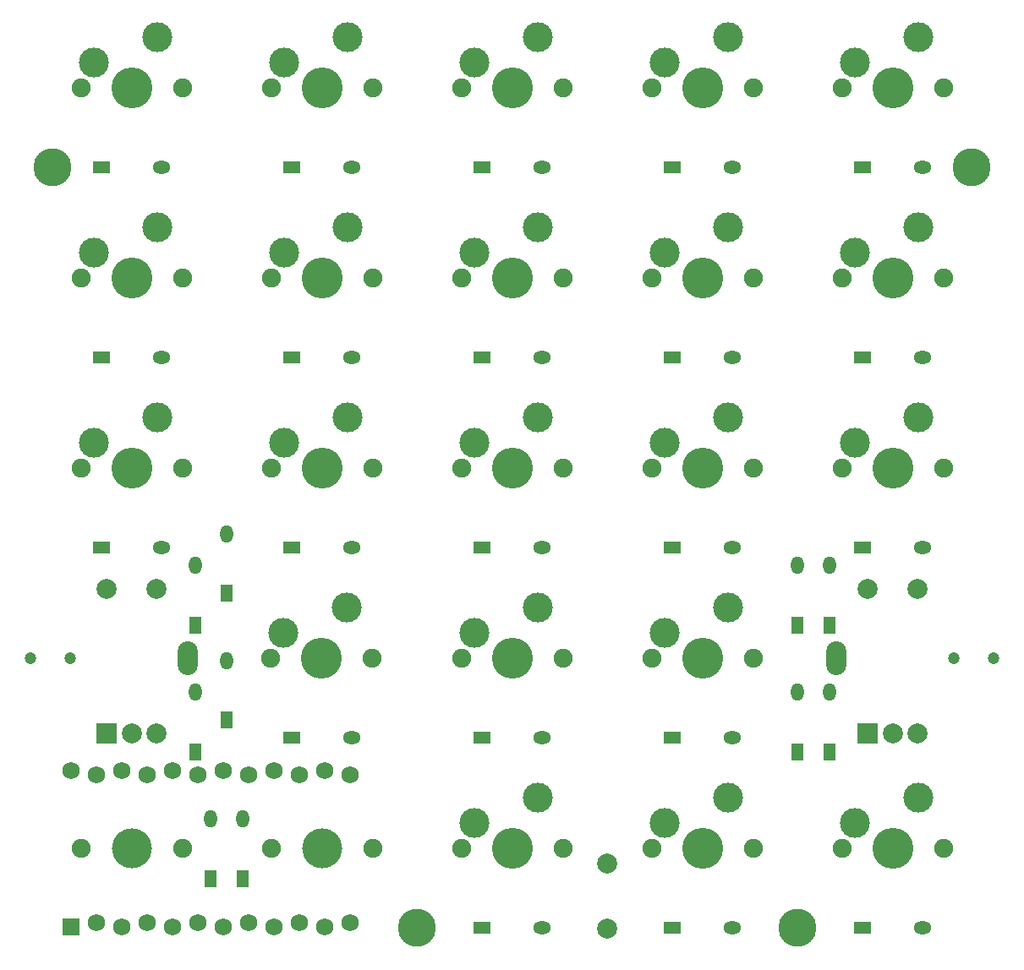
<source format=gts>
G04 #@! TF.GenerationSoftware,KiCad,Pcbnew,(6.0.1)*
G04 #@! TF.CreationDate,2022-02-24T19:14:04+09:00*
G04 #@! TF.ProjectId,xipher_kbd,78697068-6572-45f6-9b62-642e6b696361,rev?*
G04 #@! TF.SameCoordinates,Original*
G04 #@! TF.FileFunction,Soldermask,Top*
G04 #@! TF.FilePolarity,Negative*
%FSLAX46Y46*%
G04 Gerber Fmt 4.6, Leading zero omitted, Abs format (unit mm)*
G04 Created by KiCad (PCBNEW (6.0.1)) date 2022-02-24 19:14:04*
%MOMM*%
%LPD*%
G01*
G04 APERTURE LIST*
%ADD10C,3.800000*%
%ADD11C,2.000000*%
%ADD12O,2.000000X3.400000*%
%ADD13R,2.000000X2.000000*%
%ADD14C,1.900000*%
%ADD15C,4.000000*%
%ADD16C,1.200000*%
%ADD17C,1.752600*%
%ADD18R,1.752600X1.752600*%
%ADD19C,4.100000*%
%ADD20C,3.000000*%
%ADD21R,1.778000X1.300000*%
%ADD22O,1.778000X1.300000*%
%ADD23O,1.300000X1.778000*%
%ADD24R,1.300000X1.778000*%
G04 APERTURE END LIST*
D10*
G04 #@! TO.C,REF4*
X71437500Y-127000000D03*
G04 #@! TD*
G04 #@! TO.C,REF3*
X109537500Y-127000000D03*
G04 #@! TD*
G04 #@! TO.C,REF2*
X34925000Y-50800000D03*
G04 #@! TD*
G04 #@! TO.C,REF1*
X127000000Y-50800000D03*
G04 #@! TD*
D11*
G04 #@! TO.C,SW2*
X121562500Y-93012500D03*
X116562500Y-93012500D03*
D12*
X113462500Y-100012500D03*
D11*
X121562500Y-107512500D03*
X119062500Y-107512500D03*
D13*
X116562500Y-107512500D03*
G04 #@! TD*
D11*
G04 #@! TO.C,SW3*
X45362500Y-93012500D03*
X40362500Y-93012500D03*
D12*
X48462500Y-100012500D03*
D11*
X45362500Y-107512500D03*
X42862500Y-107512500D03*
D13*
X40362500Y-107512500D03*
G04 #@! TD*
D14*
G04 #@! TO.C,SW25*
X66992500Y-119062500D03*
X56832500Y-119062500D03*
D15*
X61912500Y-119062500D03*
G04 #@! TD*
G04 #@! TO.C,SW24*
X42862500Y-119062500D03*
D14*
X37782500Y-119062500D03*
X47942500Y-119062500D03*
G04 #@! TD*
D16*
G04 #@! TO.C,S1*
X125187500Y-100012500D03*
X129187500Y-100012500D03*
G04 #@! TD*
G04 #@! TO.C,S2*
X36737500Y-100012500D03*
X32737500Y-100012500D03*
G04 #@! TD*
D17*
G04 #@! TO.C,U1*
X36830000Y-111213900D03*
X64770000Y-126453900D03*
X39370000Y-111671100D03*
X41910000Y-111213900D03*
X44450000Y-111671100D03*
X46990000Y-111213900D03*
X49530000Y-111671100D03*
X52070000Y-111213900D03*
X54610000Y-111671100D03*
X57150000Y-111213900D03*
X59690000Y-111671100D03*
X62230000Y-111213900D03*
X64770000Y-111671100D03*
X62230000Y-126911100D03*
X59690000Y-126453900D03*
X57150000Y-126911100D03*
X54610000Y-126453900D03*
X52070000Y-126911100D03*
X49530000Y-126453900D03*
X46990000Y-126911100D03*
X44450000Y-126453900D03*
X41910000Y-126911100D03*
X39370000Y-126453900D03*
D18*
X36830000Y-126911100D03*
G04 #@! TD*
D19*
G04 #@! TO.C,SW28*
X119062500Y-119062500D03*
D14*
X124142500Y-119062500D03*
X113982500Y-119062500D03*
D20*
X115252500Y-116522500D03*
X121602500Y-113982500D03*
G04 #@! TD*
D19*
G04 #@! TO.C,SW27*
X100012500Y-119062500D03*
D14*
X105092500Y-119062500D03*
X94932500Y-119062500D03*
D20*
X96202500Y-116522500D03*
X102552500Y-113982500D03*
G04 #@! TD*
G04 #@! TO.C,SW26*
X83502500Y-113982500D03*
X77152500Y-116522500D03*
D14*
X75882500Y-119062500D03*
X86042500Y-119062500D03*
D19*
X80962500Y-119062500D03*
G04 #@! TD*
D20*
G04 #@! TO.C,SW22*
X102552500Y-94932500D03*
X96202500Y-97472500D03*
D14*
X94932500Y-100012500D03*
X105092500Y-100012500D03*
D19*
X100012500Y-100012500D03*
G04 #@! TD*
D20*
G04 #@! TO.C,SW21*
X83502500Y-94932500D03*
X77152500Y-97472500D03*
D14*
X75882500Y-100012500D03*
X86042500Y-100012500D03*
D19*
X80962500Y-100012500D03*
G04 #@! TD*
D20*
G04 #@! TO.C,SW20*
X64420000Y-94932500D03*
X58070000Y-97472500D03*
D14*
X56800000Y-100012500D03*
X66960000Y-100012500D03*
D19*
X61880000Y-100012500D03*
G04 #@! TD*
D20*
G04 #@! TO.C,SW18*
X121602500Y-75882500D03*
X115252500Y-78422500D03*
D14*
X113982500Y-80962500D03*
X124142500Y-80962500D03*
D19*
X119062500Y-80962500D03*
G04 #@! TD*
D20*
G04 #@! TO.C,SW17*
X102552500Y-75882500D03*
X96202500Y-78422500D03*
D14*
X94932500Y-80962500D03*
X105092500Y-80962500D03*
D19*
X100012500Y-80962500D03*
G04 #@! TD*
D20*
G04 #@! TO.C,SW16*
X83502500Y-75882500D03*
X77152500Y-78422500D03*
D14*
X75882500Y-80962500D03*
X86042500Y-80962500D03*
D19*
X80962500Y-80962500D03*
G04 #@! TD*
D20*
G04 #@! TO.C,SW15*
X64452500Y-75882500D03*
X58102500Y-78422500D03*
D14*
X56832500Y-80962500D03*
X66992500Y-80962500D03*
D19*
X61912500Y-80962500D03*
G04 #@! TD*
D20*
G04 #@! TO.C,SW14*
X45402500Y-75882500D03*
X39052500Y-78422500D03*
D14*
X37782500Y-80962500D03*
X47942500Y-80962500D03*
D19*
X42862500Y-80962500D03*
G04 #@! TD*
D20*
G04 #@! TO.C,SW13*
X121602500Y-56832500D03*
X115252500Y-59372500D03*
D14*
X113982500Y-61912500D03*
X124142500Y-61912500D03*
D19*
X119062500Y-61912500D03*
G04 #@! TD*
G04 #@! TO.C,SW12*
X100012500Y-61912500D03*
D14*
X105092500Y-61912500D03*
X94932500Y-61912500D03*
D20*
X96202500Y-59372500D03*
X102552500Y-56832500D03*
G04 #@! TD*
D19*
G04 #@! TO.C,SW11*
X80962500Y-61912500D03*
D14*
X86042500Y-61912500D03*
X75882500Y-61912500D03*
D20*
X77152500Y-59372500D03*
X83502500Y-56832500D03*
G04 #@! TD*
D19*
G04 #@! TO.C,SW10*
X61912500Y-61912500D03*
D14*
X66992500Y-61912500D03*
X56832500Y-61912500D03*
D20*
X58102500Y-59372500D03*
X64452500Y-56832500D03*
G04 #@! TD*
D19*
G04 #@! TO.C,SW9*
X42862500Y-61912500D03*
D14*
X47942500Y-61912500D03*
X37782500Y-61912500D03*
D20*
X39052500Y-59372500D03*
X45402500Y-56832500D03*
G04 #@! TD*
G04 #@! TO.C,SW8*
X121602500Y-37782500D03*
X115252500Y-40322500D03*
D14*
X113982500Y-42862500D03*
X124142500Y-42862500D03*
D19*
X119062500Y-42862500D03*
G04 #@! TD*
D20*
G04 #@! TO.C,SW7*
X102552500Y-37782500D03*
X96202500Y-40322500D03*
D14*
X94932500Y-42862500D03*
X105092500Y-42862500D03*
D19*
X100012500Y-42862500D03*
G04 #@! TD*
D20*
G04 #@! TO.C,SW6*
X83502500Y-37782500D03*
X77152500Y-40322500D03*
D14*
X75882500Y-42862500D03*
X86042500Y-42862500D03*
D19*
X80962500Y-42862500D03*
G04 #@! TD*
D20*
G04 #@! TO.C,SW5*
X64452500Y-37782500D03*
X58102500Y-40322500D03*
D14*
X56832500Y-42862500D03*
X66992500Y-42862500D03*
D19*
X61912500Y-42862500D03*
G04 #@! TD*
G04 #@! TO.C,SW4*
X42862500Y-42862500D03*
D14*
X47942500Y-42862500D03*
X37782500Y-42862500D03*
D20*
X39052500Y-40322500D03*
X45402500Y-37782500D03*
G04 #@! TD*
D21*
G04 #@! TO.C,D14*
X77962500Y-88900000D03*
D22*
X83962500Y-88900000D03*
G04 #@! TD*
D21*
G04 #@! TO.C,D13*
X58912500Y-88900000D03*
D22*
X64912500Y-88900000D03*
G04 #@! TD*
D21*
G04 #@! TO.C,D12*
X39862500Y-88900000D03*
D22*
X45862500Y-88900000D03*
G04 #@! TD*
D21*
G04 #@! TO.C,D10*
X116062500Y-69850000D03*
D22*
X122062500Y-69850000D03*
G04 #@! TD*
D21*
G04 #@! TO.C,D9*
X97012500Y-69850000D03*
D22*
X103012500Y-69850000D03*
G04 #@! TD*
D21*
G04 #@! TO.C,D8*
X77962500Y-69850000D03*
D22*
X83962500Y-69850000D03*
G04 #@! TD*
D21*
G04 #@! TO.C,D7*
X58912500Y-69850000D03*
D22*
X64912500Y-69850000D03*
G04 #@! TD*
D21*
G04 #@! TO.C,D6*
X39862500Y-69850000D03*
D22*
X45862500Y-69850000D03*
G04 #@! TD*
G04 #@! TO.C,D5*
X122062500Y-50800000D03*
D21*
X116062500Y-50800000D03*
G04 #@! TD*
G04 #@! TO.C,D4*
X97012500Y-50800000D03*
D22*
X103012500Y-50800000D03*
G04 #@! TD*
D21*
G04 #@! TO.C,D3*
X77962500Y-50800000D03*
D22*
X83962500Y-50800000D03*
G04 #@! TD*
G04 #@! TO.C,D2*
X64912500Y-50800000D03*
D21*
X58912500Y-50800000D03*
G04 #@! TD*
G04 #@! TO.C,D1*
X39862500Y-50800000D03*
D22*
X45862500Y-50800000D03*
G04 #@! TD*
D23*
G04 #@! TO.C,D11*
X112712500Y-103362500D03*
D24*
X112712500Y-109362500D03*
G04 #@! TD*
D21*
G04 #@! TO.C,D31*
X116062500Y-127000000D03*
D22*
X122062500Y-127000000D03*
G04 #@! TD*
D21*
G04 #@! TO.C,D30*
X97012500Y-127000000D03*
D22*
X103012500Y-127000000D03*
G04 #@! TD*
D21*
G04 #@! TO.C,D29*
X77962500Y-127000000D03*
D22*
X83962500Y-127000000D03*
G04 #@! TD*
D24*
G04 #@! TO.C,D28*
X53975000Y-122062500D03*
D23*
X53975000Y-116062500D03*
G04 #@! TD*
D24*
G04 #@! TO.C,D27*
X50800000Y-122062500D03*
D23*
X50800000Y-116062500D03*
G04 #@! TD*
D24*
G04 #@! TO.C,D26*
X49212500Y-109362500D03*
D23*
X49212500Y-103362500D03*
G04 #@! TD*
D24*
G04 #@! TO.C,D25*
X52387500Y-93487500D03*
D23*
X52387500Y-87487500D03*
G04 #@! TD*
D24*
G04 #@! TO.C,D24*
X52387500Y-106187500D03*
D23*
X52387500Y-100187500D03*
G04 #@! TD*
G04 #@! TO.C,D23*
X112712500Y-90662500D03*
D24*
X112712500Y-96662500D03*
G04 #@! TD*
D21*
G04 #@! TO.C,D22*
X97012500Y-107950000D03*
D22*
X103012500Y-107950000D03*
G04 #@! TD*
D21*
G04 #@! TO.C,D21*
X77962500Y-107950000D03*
D22*
X83962500Y-107950000D03*
G04 #@! TD*
D21*
G04 #@! TO.C,D20*
X58912500Y-107950000D03*
D22*
X64912500Y-107950000D03*
G04 #@! TD*
D23*
G04 #@! TO.C,D19*
X49212500Y-90662500D03*
D24*
X49212500Y-96662500D03*
G04 #@! TD*
D23*
G04 #@! TO.C,D18*
X109537500Y-103362500D03*
D24*
X109537500Y-109362500D03*
G04 #@! TD*
D23*
G04 #@! TO.C,D17*
X109537500Y-90662500D03*
D24*
X109537500Y-96662500D03*
G04 #@! TD*
D21*
G04 #@! TO.C,D16*
X116062500Y-88900000D03*
D22*
X122062500Y-88900000D03*
G04 #@! TD*
D21*
G04 #@! TO.C,D15*
X97012500Y-88900000D03*
D22*
X103012500Y-88900000D03*
G04 #@! TD*
D11*
G04 #@! TO.C,SW1*
X90487500Y-127075000D03*
X90487500Y-120575000D03*
G04 #@! TD*
M02*

</source>
